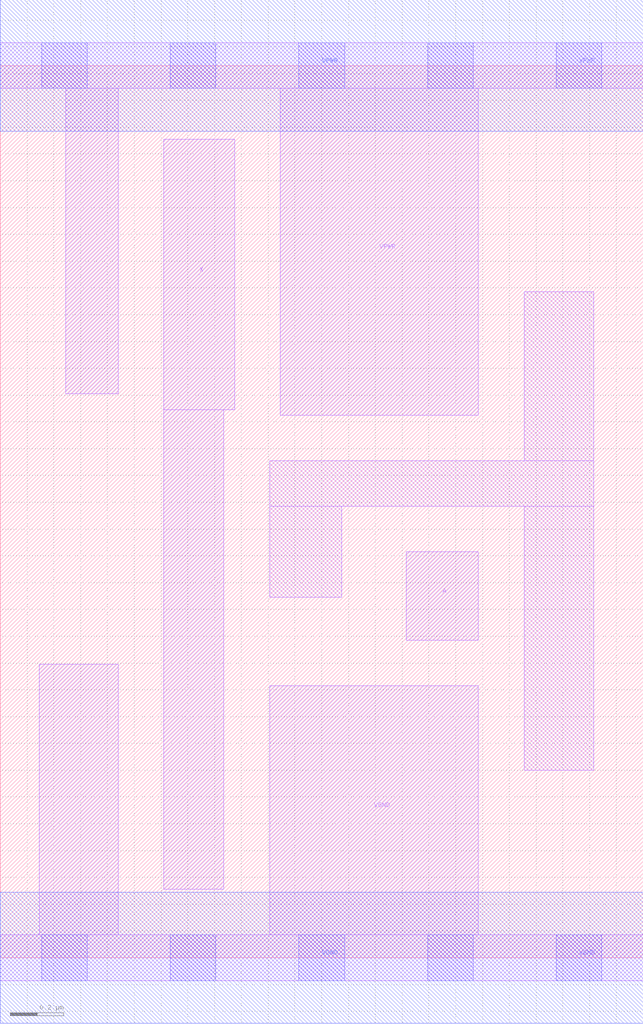
<source format=lef>
# Copyright 2020 The SkyWater PDK Authors
#
# Licensed under the Apache License, Version 2.0 (the "License");
# you may not use this file except in compliance with the License.
# You may obtain a copy of the License at
#
#     https://www.apache.org/licenses/LICENSE-2.0
#
# Unless required by applicable law or agreed to in writing, software
# distributed under the License is distributed on an "AS IS" BASIS,
# WITHOUT WARRANTIES OR CONDITIONS OF ANY KIND, either express or implied.
# See the License for the specific language governing permissions and
# limitations under the License.
#
# SPDX-License-Identifier: Apache-2.0

VERSION 5.7 ;
  NAMESCASESENSITIVE ON ;
  NOWIREEXTENSIONATPIN ON ;
  DIVIDERCHAR "/" ;
  BUSBITCHARS "[]" ;
UNITS
  DATABASE MICRONS 200 ;
END UNITS
MACRO sky130_fd_sc_lp__buf_2
  CLASS CORE ;
  SOURCE USER ;
  FOREIGN sky130_fd_sc_lp__buf_2 ;
  ORIGIN  0.000000  0.000000 ;
  SIZE  2.400000 BY  3.330000 ;
  SYMMETRY X Y R90 ;
  SITE unit ;
  PIN A
    ANTENNAGATEAREA  0.159000 ;
    DIRECTION INPUT ;
    USE SIGNAL ;
    PORT
      LAYER li1 ;
        RECT 1.515000 1.185000 1.785000 1.515000 ;
    END
  END A
  PIN X
    ANTENNADIFFAREA  0.588000 ;
    DIRECTION OUTPUT ;
    USE SIGNAL ;
    PORT
      LAYER li1 ;
        RECT 0.610000 0.255000 0.835000 2.045000 ;
        RECT 0.610000 2.045000 0.875000 3.055000 ;
    END
  END X
  PIN VGND
    DIRECTION INOUT ;
    USE GROUND ;
    PORT
      LAYER li1 ;
        RECT 0.000000 -0.085000 2.400000 0.085000 ;
        RECT 0.145000  0.085000 0.440000 1.095000 ;
        RECT 1.005000  0.085000 1.785000 1.015000 ;
      LAYER mcon ;
        RECT 0.155000 -0.085000 0.325000 0.085000 ;
        RECT 0.635000 -0.085000 0.805000 0.085000 ;
        RECT 1.115000 -0.085000 1.285000 0.085000 ;
        RECT 1.595000 -0.085000 1.765000 0.085000 ;
        RECT 2.075000 -0.085000 2.245000 0.085000 ;
      LAYER met1 ;
        RECT 0.000000 -0.245000 2.400000 0.245000 ;
    END
  END VGND
  PIN VPWR
    DIRECTION INOUT ;
    USE POWER ;
    PORT
      LAYER li1 ;
        RECT 0.000000 3.245000 2.400000 3.415000 ;
        RECT 0.245000 2.105000 0.440000 3.245000 ;
        RECT 1.045000 2.025000 1.785000 3.245000 ;
      LAYER mcon ;
        RECT 0.155000 3.245000 0.325000 3.415000 ;
        RECT 0.635000 3.245000 0.805000 3.415000 ;
        RECT 1.115000 3.245000 1.285000 3.415000 ;
        RECT 1.595000 3.245000 1.765000 3.415000 ;
        RECT 2.075000 3.245000 2.245000 3.415000 ;
      LAYER met1 ;
        RECT 0.000000 3.085000 2.400000 3.575000 ;
    END
  END VPWR
  OBS
    LAYER li1 ;
      RECT 1.005000 1.345000 1.275000 1.685000 ;
      RECT 1.005000 1.685000 2.215000 1.855000 ;
      RECT 1.955000 0.700000 2.215000 1.685000 ;
      RECT 1.955000 1.855000 2.215000 2.485000 ;
  END
END sky130_fd_sc_lp__buf_2

</source>
